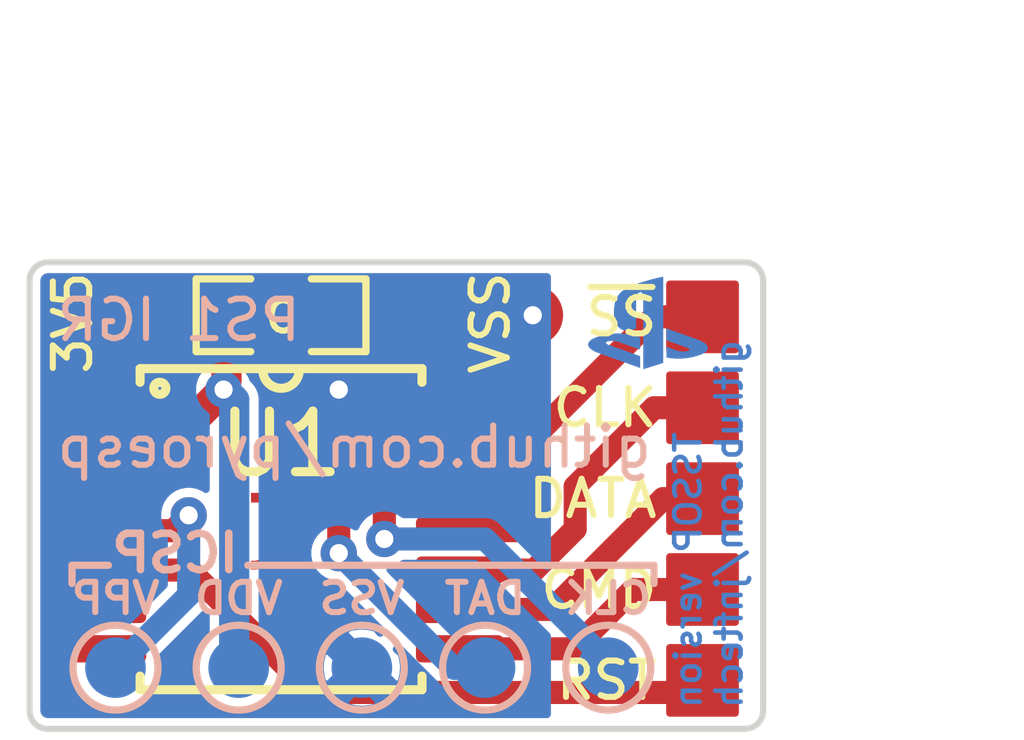
<source format=kicad_pcb>
(kicad_pcb (version 20171130) (host pcbnew "(5.1.8)-1")

  (general
    (thickness 1.6)
    (drawings 18)
    (tracks 53)
    (zones 0)
    (modules 16)
    (nets 15)
  )

  (page A4)
  (layers
    (0 F.Cu signal)
    (31 B.Cu signal)
    (32 B.Adhes user hide)
    (33 F.Adhes user hide)
    (34 B.Paste user)
    (35 F.Paste user)
    (36 B.SilkS user)
    (37 F.SilkS user)
    (38 B.Mask user)
    (39 F.Mask user)
    (40 Dwgs.User user hide)
    (41 Cmts.User user)
    (42 Eco1.User user hide)
    (43 Eco2.User user hide)
    (44 Edge.Cuts user)
    (45 Margin user hide)
    (46 B.CrtYd user hide)
    (47 F.CrtYd user hide)
    (48 B.Fab user hide)
    (49 F.Fab user hide)
  )

  (setup
    (last_trace_width 0.1524)
    (user_trace_width 0.1016)
    (user_trace_width 0.127)
    (user_trace_width 0.1524)
    (user_trace_width 0.254)
    (user_trace_width 0.381)
    (user_trace_width 0.508)
    (user_trace_width 1)
    (user_trace_width 1.5)
    (trace_clearance 0.1524)
    (zone_clearance 0.127)
    (zone_45_only yes)
    (trace_min 0.0889)
    (via_size 0.6)
    (via_drill 0.3)
    (via_min_size 0.45)
    (via_min_drill 0.2)
    (uvia_size 0.508)
    (uvia_drill 0.127)
    (uvias_allowed no)
    (uvia_min_size 0.508)
    (uvia_min_drill 0.127)
    (edge_width 0.05)
    (segment_width 0.2)
    (pcb_text_width 0.3)
    (pcb_text_size 1.5 1.5)
    (mod_edge_width 0.12)
    (mod_text_size 1 1)
    (mod_text_width 0.15)
    (pad_size 1.5 1.5)
    (pad_drill 0)
    (pad_to_mask_clearance 0)
    (aux_axis_origin 0 0)
    (visible_elements 7FFFFFFF)
    (pcbplotparams
      (layerselection 0x010fc_ffffffff)
      (usegerberextensions false)
      (usegerberattributes false)
      (usegerberadvancedattributes false)
      (creategerberjobfile false)
      (excludeedgelayer true)
      (linewidth 0.100000)
      (plotframeref false)
      (viasonmask false)
      (mode 1)
      (useauxorigin false)
      (hpglpennumber 1)
      (hpglpenspeed 20)
      (hpglpendiameter 15.000000)
      (psnegative false)
      (psa4output false)
      (plotreference true)
      (plotvalue true)
      (plotinvisibletext false)
      (padsonsilk false)
      (subtractmaskfromsilk true)
      (outputformat 1)
      (mirror false)
      (drillshape 0)
      (scaleselection 1)
      (outputdirectory "gerber/"))
  )

  (net 0 "")
  (net 1 +3V3)
  (net 2 GND)
  (net 3 /VPP\~MCLR)
  (net 4 /ICSPDAT)
  (net 5 /ICSPCLK)
  (net 6 /CLK)
  (net 7 /DATA)
  (net 8 /CMD)
  (net 9 /~SS)
  (net 10 /RESET)
  (net 11 "Net-(U1-Pad2)")
  (net 12 "Net-(U1-Pad3)")
  (net 13 "Net-(U1-Pad6)")
  (net 14 "Net-(U1-Pad7)")

  (net_class Default "This is the default net class."
    (clearance 0.1524)
    (trace_width 0.1524)
    (via_dia 0.6)
    (via_drill 0.3)
    (uvia_dia 0.508)
    (uvia_drill 0.127)
    (add_net +3V3)
    (add_net /CLK)
    (add_net /CMD)
    (add_net /DATA)
    (add_net /ICSPCLK)
    (add_net /ICSPDAT)
    (add_net /RESET)
    (add_net /VPP\~MCLR)
    (add_net /~SS)
    (add_net GND)
    (add_net "Net-(U1-Pad2)")
    (add_net "Net-(U1-Pad3)")
    (add_net "Net-(U1-Pad6)")
    (add_net "Net-(U1-Pad7)")
  )

  (net_class power ""
    (clearance 0.1524)
    (trace_width 0.1524)
    (via_dia 0.6)
    (via_drill 0.3)
    (uvia_dia 0.508)
    (uvia_drill 0.127)
  )

  (module PS1-IGR:TestPoint_Pad_D1.0mm (layer B.Cu) (tedit 5FFA17F5) (tstamp 5FFA128D)
    (at 127.317 94.59 180)
    (descr "SMD pad as test Point, diameter 1.0mm")
    (tags "test point SMD pad")
    (path /5DA646D5)
    (attr virtual)
    (fp_text reference TP1 (at 0.019 1.778) (layer B.SilkS) hide
      (effects (font (size 0.5 0.5) (thickness 0.1)) (justify mirror))
    )
    (fp_text value VPP (at 0 1.143) (layer B.SilkS)
      (effects (font (size 0.5 0.5) (thickness 0.1)) (justify mirror))
    )
    (fp_circle (center 0 0) (end 1 0) (layer B.CrtYd) (width 0.05))
    (fp_circle (center 0 0) (end 0 -0.7) (layer B.SilkS) (width 0.12))
    (fp_text user %R (at 0 1.45) (layer B.Fab)
      (effects (font (size 1 1) (thickness 0.15)) (justify mirror))
    )
    (pad 1 smd circle (at 0 0 180) (size 1 1) (layers B.Cu B.Mask)
      (net 3 /VPP\~MCLR))
  )

  (module PS1-IGR:TestPoint_Pad_D1.0mm (layer B.Cu) (tedit 5FFA17F5) (tstamp 5FFA1294)
    (at 129.349 94.59 180)
    (descr "SMD pad as test Point, diameter 1.0mm")
    (tags "test point SMD pad")
    (path /5DA6550A)
    (attr virtual)
    (fp_text reference TP2 (at 0.019 1.778) (layer B.SilkS) hide
      (effects (font (size 0.5 0.5) (thickness 0.1)) (justify mirror))
    )
    (fp_text value VDD (at 0 1.143) (layer B.SilkS)
      (effects (font (size 0.5 0.5) (thickness 0.1)) (justify mirror))
    )
    (fp_circle (center 0 0) (end 1 0) (layer B.CrtYd) (width 0.05))
    (fp_circle (center 0 0) (end 0 -0.7) (layer B.SilkS) (width 0.12))
    (fp_text user %R (at 0 1.45) (layer B.Fab)
      (effects (font (size 1 1) (thickness 0.15)) (justify mirror))
    )
    (pad 1 smd circle (at 0 0 180) (size 1 1) (layers B.Cu B.Mask)
      (net 1 +3V3))
  )

  (module PS1-IGR:TestPoint_Pad_D1.0mm (layer B.Cu) (tedit 5FFA17F5) (tstamp 5FFA129B)
    (at 131.381 94.59 180)
    (descr "SMD pad as test Point, diameter 1.0mm")
    (tags "test point SMD pad")
    (path /5DA656B7)
    (attr virtual)
    (fp_text reference TP3 (at 0.019 1.778) (layer B.SilkS) hide
      (effects (font (size 0.5 0.5) (thickness 0.1)) (justify mirror))
    )
    (fp_text value VSS (at 0 1.143) (layer B.SilkS)
      (effects (font (size 0.5 0.5) (thickness 0.1)) (justify mirror))
    )
    (fp_circle (center 0 0) (end 1 0) (layer B.CrtYd) (width 0.05))
    (fp_circle (center 0 0) (end 0 -0.7) (layer B.SilkS) (width 0.12))
    (fp_text user %R (at 0 1.45) (layer B.Fab)
      (effects (font (size 1 1) (thickness 0.15)) (justify mirror))
    )
    (pad 1 smd circle (at 0 0 180) (size 1 1) (layers B.Cu B.Mask)
      (net 2 GND))
  )

  (module PS1-IGR:TestPoint_Pad_D1.0mm (layer B.Cu) (tedit 5FFA17F5) (tstamp 5FFA12A2)
    (at 133.413 94.59 180)
    (descr "SMD pad as test Point, diameter 1.0mm")
    (tags "test point SMD pad")
    (path /5DA65166)
    (attr virtual)
    (fp_text reference TP4 (at 0.019 1.778) (layer B.SilkS) hide
      (effects (font (size 0.5 0.5) (thickness 0.1)) (justify mirror))
    )
    (fp_text value DAT (at 0 1.143) (layer B.SilkS)
      (effects (font (size 0.5 0.5) (thickness 0.1)) (justify mirror))
    )
    (fp_circle (center 0 0) (end 1 0) (layer B.CrtYd) (width 0.05))
    (fp_circle (center 0 0) (end 0 -0.7) (layer B.SilkS) (width 0.12))
    (fp_text user %R (at 0 1.45) (layer B.Fab)
      (effects (font (size 1 1) (thickness 0.15)) (justify mirror))
    )
    (pad 1 smd circle (at 0 0 180) (size 1 1) (layers B.Cu B.Mask)
      (net 4 /ICSPDAT))
  )

  (module PS1-IGR:TestPoint_Pad_D1.0mm (layer B.Cu) (tedit 5FFA17F5) (tstamp 5FFA12A9)
    (at 135.445 94.59 180)
    (descr "SMD pad as test Point, diameter 1.0mm")
    (tags "test point SMD pad")
    (path /5DA652EB)
    (attr virtual)
    (fp_text reference TP5 (at 0.019 1.778) (layer B.SilkS) hide
      (effects (font (size 0.5 0.5) (thickness 0.1)) (justify mirror))
    )
    (fp_text value CLK (at 0 1.143) (layer B.SilkS)
      (effects (font (size 0.5 0.5) (thickness 0.1)) (justify mirror))
    )
    (fp_circle (center 0 0) (end 1 0) (layer B.CrtYd) (width 0.05))
    (fp_circle (center 0 0) (end 0 -0.7) (layer B.SilkS) (width 0.12))
    (fp_text user %R (at 0 1.45) (layer B.Fab)
      (effects (font (size 1 1) (thickness 0.15)) (justify mirror))
    )
    (pad 1 smd circle (at 0 0 180) (size 1 1) (layers B.Cu B.Mask)
      (net 5 /ICSPCLK))
  )

  (module "PS1-IGR:__LOGO_PS1_Cu" locked (layer B.Cu) (tedit 0) (tstamp 5FE0F063)
    (at 136.1 88.9 180)
    (fp_text reference G*** (at 0.7 0.8) (layer B.SilkS) hide
      (effects (font (size 0.05 0.05) (thickness 0.0125)) (justify mirror))
    )
    (fp_text value LOGO (at -0.6 0.8) (layer B.SilkS) hide
      (effects (font (size 0.05 0.05) (thickness 0.0125)) (justify mirror))
    )
    (fp_poly (pts (xy -0.245588 0.757869) (xy -0.243026 0.757408) (xy -0.23929 0.756688) (xy -0.234571 0.755747)
      (xy -0.229056 0.754626) (xy -0.222934 0.753362) (xy -0.216395 0.751995) (xy -0.209627 0.750565)
      (xy -0.20282 0.74911) (xy -0.196162 0.747669) (xy -0.189842 0.746282) (xy -0.187056 0.745662)
      (xy -0.166243 0.740891) (xy -0.144123 0.735588) (xy -0.12087 0.729802) (xy -0.096652 0.72358)
      (xy -0.071643 0.716973) (xy -0.046013 0.710028) (xy -0.019934 0.702794) (xy 0.006424 0.69532)
      (xy 0.032887 0.687655) (xy 0.059287 0.679847) (xy 0.08545 0.671945) (xy 0.111205 0.663998)
      (xy 0.136382 0.656054) (xy 0.160809 0.648162) (xy 0.184314 0.640371) (xy 0.188119 0.639089)
      (xy 0.218245 0.628548) (xy 0.246829 0.617778) (xy 0.273904 0.606744) (xy 0.299503 0.595416)
      (xy 0.323658 0.583759) (xy 0.346403 0.571743) (xy 0.367771 0.559333) (xy 0.387794 0.546499)
      (xy 0.406506 0.533207) (xy 0.423939 0.519425) (xy 0.440127 0.50512) (xy 0.455102 0.49026)
      (xy 0.468897 0.474813) (xy 0.481546 0.458746) (xy 0.493081 0.442026) (xy 0.503536 0.424621)
      (xy 0.512942 0.406499) (xy 0.521334 0.387627) (xy 0.528744 0.367973) (xy 0.535205 0.347503)
      (xy 0.54075 0.326187) (xy 0.545412 0.30399) (xy 0.548812 0.283688) (xy 0.550615 0.270802)
      (xy 0.552125 0.258202) (xy 0.553361 0.245625) (xy 0.554338 0.232812) (xy 0.555073 0.219503)
      (xy 0.555583 0.205435) (xy 0.555884 0.19035) (xy 0.555994 0.173985) (xy 0.555995 0.17145)
      (xy 0.55597 0.160634) (xy 0.555895 0.15117) (xy 0.555756 0.142824) (xy 0.555539 0.135361)
      (xy 0.555233 0.128546) (xy 0.554822 0.122145) (xy 0.554295 0.115922) (xy 0.553637 0.109644)
      (xy 0.552836 0.103075) (xy 0.551877 0.095981) (xy 0.551606 0.09406) (xy 0.547857 0.0718)
      (xy 0.543096 0.050609) (xy 0.537337 0.03051) (xy 0.530593 0.011526) (xy 0.522881 -0.006319)
      (xy 0.514213 -0.023003) (xy 0.504603 -0.038501) (xy 0.494067 -0.05279) (xy 0.482619 -0.065847)
      (xy 0.470272 -0.077649) (xy 0.457041 -0.088172) (xy 0.44294 -0.097393) (xy 0.43061 -0.104029)
      (xy 0.4149 -0.110837) (xy 0.398578 -0.116191) (xy 0.381665 -0.120093) (xy 0.364184 -0.122545)
      (xy 0.346158 -0.123547) (xy 0.327609 -0.1231) (xy 0.30856 -0.121207) (xy 0.289034 -0.117868)
      (xy 0.269053 -0.113085) (xy 0.248639 -0.106858) (xy 0.227816 -0.09919) (xy 0.209793 -0.09153)
      (xy 0.200025 -0.08713) (xy 0.200022 0.153483) (xy 0.200018 0.179666) (xy 0.20001 0.204512)
      (xy 0.199995 0.228005) (xy 0.199975 0.25013) (xy 0.19995 0.270872) (xy 0.199919 0.290217)
      (xy 0.199883 0.308148) (xy 0.199842 0.32465) (xy 0.199796 0.339709) (xy 0.199744 0.353308)
      (xy 0.199687 0.365434) (xy 0.199625 0.37607) (xy 0.199558 0.385201) (xy 0.199486 0.392813)
      (xy 0.199409 0.39889) (xy 0.199327 0.403416) (xy 0.19924 0.406377) (xy 0.1992 0.407194)
      (xy 0.197939 0.421772) (xy 0.196047 0.434969) (xy 0.193492 0.446878) (xy 0.19024 0.457587)
      (xy 0.186259 0.467187) (xy 0.181517 0.475769) (xy 0.175981 0.483423) (xy 0.169619 0.490239)
      (xy 0.169222 0.490612) (xy 0.162416 0.496196) (xy 0.154942 0.500957) (xy 0.147033 0.504822)
      (xy 0.138921 0.507719) (xy 0.13084 0.509575) (xy 0.123023 0.510317) (xy 0.115701 0.509874)
      (xy 0.110891 0.508787) (xy 0.103828 0.505792) (xy 0.097432 0.501375) (xy 0.091702 0.495533)
      (xy 0.086633 0.48826) (xy 0.082224 0.479553) (xy 0.078472 0.469406) (xy 0.075373 0.457817)
      (xy 0.074809 0.455216) (xy 0.074727 0.454752) (xy 0.074648 0.45414) (xy 0.074573 0.453346)
      (xy 0.074501 0.452337) (xy 0.074432 0.451079) (xy 0.074366 0.449539) (xy 0.074303 0.447685)
      (xy 0.074242 0.445481) (xy 0.074185 0.442896) (xy 0.07413 0.439896) (xy 0.074078 0.436447)
      (xy 0.074028 0.432517) (xy 0.073981 0.428072) (xy 0.073936 0.423079) (xy 0.073893 0.417503)
      (xy 0.073853 0.411313) (xy 0.073814 0.404475) (xy 0.073778 0.396956) (xy 0.073743 0.388721)
      (xy 0.073711 0.379738) (xy 0.07368 0.369974) (xy 0.07365 0.359396) (xy 0.073623 0.347969)
      (xy 0.073596 0.335661) (xy 0.073571 0.322438) (xy 0.073548 0.308267) (xy 0.073526 0.293115)
      (xy 0.073504 0.276949) (xy 0.073484 0.259735) (xy 0.073465 0.241439) (xy 0.073447 0.222029)
      (xy 0.073429 0.201472) (xy 0.073413 0.179733) (xy 0.073397 0.15678) (xy 0.073381 0.132579)
      (xy 0.073366 0.107097) (xy 0.073351 0.080301) (xy 0.073337 0.052157) (xy 0.073323 0.022633)
      (xy 0.073309 -0.008306) (xy 0.073294 -0.040692) (xy 0.07328 -0.074559) (xy 0.073266 -0.10994)
      (xy 0.073252 -0.146869) (xy 0.073249 -0.154583) (xy 0.073236 -0.185479) (xy 0.073222 -0.215985)
      (xy 0.073207 -0.24606) (xy 0.07319 -0.275667) (xy 0.073172 -0.304767) (xy 0.073153 -0.333321)
      (xy 0.073133 -0.361291) (xy 0.073112 -0.388639) (xy 0.07309 -0.415325) (xy 0.073067 -0.441312)
      (xy 0.073043 -0.46656) (xy 0.073018 -0.491032) (xy 0.072992 -0.514688) (xy 0.072966 -0.53749)
      (xy 0.072939 -0.5594) (xy 0.072911 -0.580379) (xy 0.072883 -0.600389) (xy 0.072854 -0.619391)
      (xy 0.072825 -0.637345) (xy 0.072796 -0.654215) (xy 0.072766 -0.669962) (xy 0.072735 -0.684546)
      (xy 0.072705 -0.697929) (xy 0.072674 -0.710073) (xy 0.072643 -0.72094) (xy 0.072612 -0.73049)
      (xy 0.072581 -0.738685) (xy 0.07255 -0.745486) (xy 0.072519 -0.750856) (xy 0.072488 -0.754756)
      (xy 0.072457 -0.757146) (xy 0.072426 -0.757989) (xy 0.072425 -0.75799) (xy 0.071623 -0.757749)
      (xy 0.069377 -0.757049) (xy 0.065759 -0.755913) (xy 0.060838 -0.754363) (xy 0.054685 -0.752421)
      (xy 0.047369 -0.750108) (xy 0.038961 -0.747448) (xy 0.02953 -0.744463) (xy 0.019147 -0.741174)
      (xy 0.007882 -0.737604) (xy -0.004195 -0.733775) (xy -0.017014 -0.729709) (xy -0.030505 -0.725429)
      (xy -0.044599 -0.720956) (xy -0.059223 -0.716313) (xy -0.07431 -0.711522) (xy -0.087709 -0.707266)
      (xy -0.247253 -0.656584) (xy -0.247452 0.050724) (xy -0.247463 0.09449) (xy -0.247473 0.136687)
      (xy -0.247482 0.177329) (xy -0.247488 0.216434) (xy -0.247493 0.254018) (xy -0.247496 0.290099)
      (xy -0.247497 0.324693) (xy -0.247497 0.357817) (xy -0.247494 0.389488) (xy -0.24749 0.419722)
      (xy -0.247484 0.448537) (xy -0.247476 0.475948) (xy -0.247467 0.501973) (xy -0.247455 0.526629)
      (xy -0.247442 0.549932) (xy -0.247426 0.5719) (xy -0.247409 0.592548) (xy -0.247389 0.611893)
      (xy -0.247368 0.629954) (xy -0.247345 0.646745) (xy -0.24732 0.662284) (xy -0.247292 0.676588)
      (xy -0.247263 0.689674) (xy -0.247232 0.701558) (xy -0.247198 0.712257) (xy -0.247163 0.721788)
      (xy -0.247125 0.730167) (xy -0.247086 0.737412) (xy -0.247044 0.743539) (xy -0.247 0.748565)
      (xy -0.246954 0.752507) (xy -0.246905 0.755381) (xy -0.246855 0.757204) (xy -0.246802 0.757993)
      (xy -0.246787 0.758031) (xy -0.245588 0.757869)) (layer B.Cu) (width 0.01))
    (fp_poly (pts (xy 0.511488 -0.177947) (xy 0.520904 -0.178041) (xy 0.529412 -0.178203) (xy 0.536762 -0.178437)
      (xy 0.538676 -0.178519) (xy 0.573809 -0.180682) (xy 0.608462 -0.183871) (xy 0.642521 -0.188066)
      (xy 0.675868 -0.193245) (xy 0.708389 -0.199388) (xy 0.739967 -0.206475) (xy 0.770487 -0.214486)
      (xy 0.799832 -0.2234) (xy 0.808038 -0.226128) (xy 0.820432 -0.230344) (xy 0.831454 -0.234127)
      (xy 0.841243 -0.237528) (xy 0.849939 -0.240602) (xy 0.85768 -0.243402) (xy 0.864605 -0.245981)
      (xy 0.870855 -0.248392) (xy 0.876566 -0.250688) (xy 0.88188 -0.252923) (xy 0.886934 -0.255149)
      (xy 0.891868 -0.25742) (xy 0.896821 -0.25979) (xy 0.899716 -0.26121) (xy 0.910885 -0.266958)
      (xy 0.920771 -0.272557) (xy 0.929644 -0.278194) (xy 0.937772 -0.284053) (xy 0.945426 -0.290318)
      (xy 0.952874 -0.297175) (xy 0.954573 -0.298842) (xy 0.962835 -0.307681) (xy 0.969583 -0.316347)
      (xy 0.974867 -0.324946) (xy 0.978734 -0.333588) (xy 0.981235 -0.342378) (xy 0.982418 -0.351425)
      (xy 0.982393 -0.359932) (xy 0.981471 -0.368077) (xy 0.979666 -0.375687) (xy 0.976849 -0.383124)
      (xy 0.972889 -0.390752) (xy 0.969315 -0.396478) (xy 0.9635 -0.404239) (xy 0.956229 -0.412203)
      (xy 0.947609 -0.4203) (xy 0.937749 -0.428457) (xy 0.926757 -0.436604) (xy 0.914739 -0.44467)
      (xy 0.901804 -0.452582) (xy 0.88806 -0.460269) (xy 0.873613 -0.467661) (xy 0.858572 -0.474686)
      (xy 0.843045 -0.481273) (xy 0.838597 -0.483039) (xy 0.837438 -0.483469) (xy 0.834842 -0.484415)
      (xy 0.830866 -0.485857) (xy 0.825568 -0.487773) (xy 0.819005 -0.490143) (xy 0.811234 -0.492948)
      (xy 0.802313 -0.496165) (xy 0.792299 -0.499775) (xy 0.781248 -0.503756) (xy 0.769219 -0.508089)
      (xy 0.756269 -0.512753) (xy 0.742454 -0.517727) (xy 0.727832 -0.522991) (xy 0.712461 -0.528523)
      (xy 0.696397 -0.534304) (xy 0.679698 -0.540313) (xy 0.662421 -0.546529) (xy 0.644623 -0.552932)
      (xy 0.626363 -0.559501) (xy 0.607696 -0.566215) (xy 0.58868 -0.573054) (xy 0.569372 -0.579998)
      (xy 0.549831 -0.587025) (xy 0.530112 -0.594115) (xy 0.510273 -0.601248) (xy 0.490372 -0.608403)
      (xy 0.470466 -0.615559) (xy 0.450611 -0.622696) (xy 0.430866 -0.629793) (xy 0.411287 -0.63683)
      (xy 0.391932 -0.643786) (xy 0.372858 -0.650641) (xy 0.354122 -0.657373) (xy 0.335782 -0.663962)
      (xy 0.317894 -0.670389) (xy 0.300517 -0.676631) (xy 0.283707 -0.682669) (xy 0.267521 -0.688482)
      (xy 0.252018 -0.694049) (xy 0.237253 -0.69935) (xy 0.223285 -0.704364) (xy 0.21017 -0.709071)
      (xy 0.197967 -0.713449) (xy 0.186731 -0.71748) (xy 0.176521 -0.721141) (xy 0.167393 -0.724412)
      (xy 0.159406 -0.727273) (xy 0.152615 -0.729703) (xy 0.147079 -0.731681) (xy 0.142855 -0.733188)
      (xy 0.14 -0.734202) (xy 0.138708 -0.734655) (xy 0.13335 -0.736505) (xy 0.13335 -0.55112)
      (xy 0.202605 -0.52644) (xy 0.221056 -0.519865) (xy 0.240054 -0.513096) (xy 0.259503 -0.506165)
      (xy 0.279308 -0.499108) (xy 0.299371 -0.491959) (xy 0.319596 -0.484753) (xy 0.339887 -0.477523)
      (xy 0.360148 -0.470304) (xy 0.380283 -0.46313) (xy 0.400194 -0.456036) (xy 0.419786 -0.449055)
      (xy 0.438963 -0.442223) (xy 0.457628 -0.435573) (xy 0.475684 -0.42914) (xy 0.493036 -0.422958)
      (xy 0.509588 -0.417062) (xy 0.525242 -0.411485) (xy 0.539903 -0.406262) (xy 0.553474 -0.401428)
      (xy 0.56586 -0.397016) (xy 0.576962 -0.393062) (xy 0.586687 -0.389598) (xy 0.588566 -0.388929)
      (xy 0.598534 -0.385371) (xy 0.608236 -0.38189) (xy 0.617543 -0.378535) (xy 0.626329 -0.375351)
      (xy 0.634467 -0.372385) (xy 0.64183 -0.369684) (xy 0.648291 -0.367294) (xy 0.653721 -0.365261)
      (xy 0.657996 -0.363634) (xy 0.660986 -0.362457) (xy 0.662217 -0.36194) (xy 0.671314 -0.357504)
      (xy 0.679158 -0.352868) (xy 0.685708 -0.348083) (xy 0.690922 -0.343202) (xy 0.694761 -0.338274)
      (xy 0.697183 -0.333352) (xy 0.698147 -0.328486) (xy 0.697613 -0.323727) (xy 0.695891 -0.319701)
      (xy 0.692311 -0.315092) (xy 0.687195 -0.310857) (xy 0.680552 -0.307) (xy 0.67239 -0.303524)
      (xy 0.662717 -0.300432) (xy 0.651542 -0.297728) (xy 0.638872 -0.295415) (xy 0.634207 -0.294716)
      (xy 0.629211 -0.294171) (xy 0.622903 -0.293748) (xy 0.615554 -0.293443) (xy 0.607434 -0.293257)
      (xy 0.598815 -0.293187) (xy 0.589967 -0.293232) (xy 0.58116 -0.293391) (xy 0.572667 -0.293663)
      (xy 0.564757 -0.294047) (xy 0.557701 -0.29454) (xy 0.552053 -0.295108) (xy 0.536982 -0.297168)
      (xy 0.522906 -0.299585) (xy 0.509254 -0.302464) (xy 0.501253 -0.304399) (xy 0.499967 -0.304727)
      (xy 0.498677 -0.305064) (xy 0.497336 -0.305426) (xy 0.495893 -0.305832) (xy 0.494299 -0.306298)
      (xy 0.492504 -0.306842) (xy 0.490459 -0.30748) (xy 0.488113 -0.308231) (xy 0.485418 -0.309111)
      (xy 0.482324 -0.310137) (xy 0.478782 -0.311327) (xy 0.474741 -0.312698) (xy 0.470152 -0.314267)
      (xy 0.464966 -0.316051) (xy 0.459133 -0.318068) (xy 0.452603 -0.320335) (xy 0.445327 -0.322868)
      (xy 0.437256 -0.325686) (xy 0.428339 -0.328805) (xy 0.418528 -0.332242) (xy 0.407772 -0.336015)
      (xy 0.396022 -0.340142) (xy 0.383229 -0.344638) (xy 0.369342 -0.349522) (xy 0.354313 -0.354811)
      (xy 0.338091 -0.360521) (xy 0.320628 -0.366671) (xy 0.301873 -0.373276) (xy 0.281778 -0.380356)
      (xy 0.260291 -0.387926) (xy 0.237365 -0.396003) (xy 0.23376 -0.397274) (xy 0.222565 -0.401217)
      (xy 0.211656 -0.40506) (xy 0.20114 -0.408762) (xy 0.191129 -0.412286) (xy 0.181731 -0.415593)
      (xy 0.173057 -0.418644) (xy 0.165216 -0.421402) (xy 0.158318 -0.423826) (xy 0.152472 -0.425879)
      (xy 0.147789 -0.427521) (xy 0.144377 -0.428716) (xy 0.142348 -0.429423) (xy 0.14228 -0.429446)
      (xy 0.13335 -0.432533) (xy 0.13335 -0.240022) (xy 0.156964 -0.232329) (xy 0.163561 -0.230201)
      (xy 0.170363 -0.228044) (xy 0.177034 -0.225962) (xy 0.18324 -0.224059) (xy 0.188644 -0.222438)
      (xy 0.192912 -0.221204) (xy 0.193278 -0.221102) (xy 0.223783 -0.213071) (xy 0.255094 -0.205711)
      (xy 0.286897 -0.199075) (xy 0.318884 -0.193219) (xy 0.350741 -0.188199) (xy 0.382158 -0.184069)
      (xy 0.412824 -0.180884) (xy 0.427038 -0.179718) (xy 0.4334 -0.179321) (xy 0.4411 -0.178967)
      (xy 0.449888 -0.17866) (xy 0.459514 -0.178402) (xy 0.469729 -0.178196) (xy 0.480284 -0.178045)
      (xy 0.490928 -0.177952) (xy 0.501412 -0.177918) (xy 0.511488 -0.177947)) (layer B.Cu) (width 0.01))
    (fp_poly (pts (xy -0.309757 -0.189958) (xy -0.309733 -0.201964) (xy -0.309714 -0.213522) (xy -0.3097 -0.224534)
      (xy -0.309691 -0.234902) (xy -0.309686 -0.244527) (xy -0.309686 -0.25331) (xy -0.309691 -0.261152)
      (xy -0.309701 -0.267956) (xy -0.309715 -0.273622) (xy -0.309733 -0.278052) (xy -0.309756 -0.281148)
      (xy -0.309784 -0.28281) (xy -0.309801 -0.283078) (xy -0.310562 -0.283366) (xy -0.312745 -0.284163)
      (xy -0.316279 -0.285442) (xy -0.321091 -0.287178) (xy -0.327109 -0.289345) (xy -0.334262 -0.291917)
      (xy -0.342476 -0.294868) (xy -0.35168 -0.298172) (xy -0.361802 -0.301804) (xy -0.372769 -0.305737)
      (xy -0.38451 -0.309945) (xy -0.396951 -0.314403) (xy -0.410022 -0.319085) (xy -0.42365 -0.323964)
      (xy -0.437762 -0.329016) (xy -0.452287 -0.334214) (xy -0.454466 -0.334993) (xy -0.469431 -0.340347)
      (xy -0.484215 -0.345637) (xy -0.498729 -0.35083) (xy -0.512884 -0.355895) (xy -0.526593 -0.3608)
      (xy -0.539767 -0.365515) (xy -0.552317 -0.370006) (xy -0.564156 -0.374242) (xy -0.575194 -0.378193)
      (xy -0.585344 -0.381826) (xy -0.594516 -0.385109) (xy -0.602624 -0.388011) (xy -0.609577 -0.3905)
      (xy -0.615288 -0.392546) (xy -0.619669 -0.394115) (xy -0.6223 -0.395057) (xy -0.631246 -0.398293)
      (xy -0.638866 -0.401118) (xy -0.645341 -0.403607) (xy -0.650854 -0.40584) (xy -0.65559 -0.407894)
      (xy -0.659729 -0.409845) (xy -0.663457 -0.411771) (xy -0.666955 -0.41375) (xy -0.668068 -0.414415)
      (xy -0.674721 -0.418904) (xy -0.680265 -0.423623) (xy -0.684609 -0.428457) (xy -0.687664 -0.43329)
      (xy -0.68934 -0.438005) (xy -0.689591 -0.442101) (xy -0.68834 -0.446962) (xy -0.685598 -0.45153)
      (xy -0.681436 -0.45578) (xy -0.675926 -0.459691) (xy -0.66914 -0.46324) (xy -0.661151 -0.466406)
      (xy -0.652031 -0.469167) (xy -0.641851 -0.471499) (xy -0.630684 -0.473382) (xy -0.618602 -0.474792)
      (xy -0.605677 -0.475708) (xy -0.59198 -0.476106) (xy -0.579437 -0.476015) (xy -0.559926 -0.47511)
      (xy -0.540722 -0.473349) (xy -0.522068 -0.470767) (xy -0.504208 -0.467403) (xy -0.487383 -0.463293)
      (xy -0.47743 -0.460339) (xy -0.4756 -0.459722) (xy -0.472389 -0.458603) (xy -0.467905 -0.457019)
      (xy -0.46226 -0.455011) (xy -0.455562 -0.452618) (xy -0.447922 -0.449879) (xy -0.43945 -0.446835)
      (xy -0.430255 -0.443524) (xy -0.420448 -0.439986) (xy -0.410139 -0.43626) (xy -0.399436 -0.432386)
      (xy -0.3899 -0.428929) (xy -0.379129 -0.425022) (xy -0.368781 -0.421272) (xy -0.358952 -0.417712)
      (xy -0.34974 -0.414377) (xy -0.341242 -0.411304) (xy -0.333556 -0.408527) (xy -0.326779 -0.406081)
      (xy -0.321007 -0.404002) (xy -0.31634 -0.402324) (xy -0.312872 -0.401082) (xy -0.310703 -0.400312)
      (xy -0.30993 -0.40005) (xy -0.30988 -0.400826) (xy -0.309831 -0.403086) (xy -0.309786 -0.406726)
      (xy -0.309743 -0.411643) (xy -0.309704 -0.417731) (xy -0.309668 -0.424889) (xy -0.309637 -0.43301)
      (xy -0.309611 -0.441993) (xy -0.30959 -0.451734) (xy -0.309574 -0.462127) (xy -0.309565 -0.473071)
      (xy -0.309562 -0.48327) (xy -0.309562 -0.56649) (xy -0.332383 -0.570213) (xy -0.351844 -0.57327)
      (xy -0.370165 -0.575891) (xy -0.387719 -0.578116) (xy -0.404881 -0.579984) (xy -0.422023 -0.581534)
      (xy -0.43952 -0.582806) (xy -0.457746 -0.583838) (xy -0.465137 -0.584185) (xy -0.470337 -0.584369)
      (xy -0.47679 -0.584523) (xy -0.4842 -0.584647) (xy -0.492271 -0.584739) (xy -0.500709 -0.584798)
      (xy -0.509217 -0.584823) (xy -0.517501 -0.584813) (xy -0.525264 -0.584766) (xy -0.532212 -0.584683)
      (xy -0.538049 -0.58456) (xy -0.54094 -0.584466) (xy -0.581135 -0.582203) (xy -0.620641 -0.578558)
      (xy -0.659586 -0.573509) (xy -0.698098 -0.567034) (xy -0.736306 -0.559113) (xy -0.774338 -0.549725)
      (xy -0.810521 -0.539396) (xy -0.821714 -0.535979) (xy -0.831542 -0.53295) (xy -0.840168 -0.530252)
      (xy -0.847751 -0.527832) (xy -0.854452 -0.525636) (xy -0.860432 -0.523608) (xy -0.865853 -0.521694)
      (xy -0.870874 -0.519839) (xy -0.875657 -0.51799) (xy -0.880363 -0.51609) (xy -0.885152 -0.514086)
      (xy -0.885428 -0.513968) (xy -0.899959 -0.507266) (xy -0.913587 -0.499928) (xy -0.926223 -0.492028)
      (xy -0.937778 -0.483639) (xy -0.948163 -0.474836) (xy -0.957287 -0.465691) (xy -0.965064 -0.45628)
      (xy -0.971402 -0.446674) (xy -0.974745 -0.440282) (xy -0.977345 -0.434364) (xy -0.979202 -0.429112)
      (xy -0.980423 -0.424023) (xy -0.981116 -0.418593) (xy -0.981389 -0.412321) (xy -0.981403 -0.409178)
      (xy -0.98136 -0.404378) (xy -0.981239 -0.400764) (xy -0.980993 -0.397934) (xy -0.980572 -0.395487)
      (xy -0.979927 -0.393022) (xy -0.979139 -0.390525) (xy -0.977783 -0.38671) (xy -0.976221 -0.382775)
      (xy -0.974756 -0.379476) (xy -0.97453 -0.379015) (xy -0.970591 -0.372141) (xy -0.965698 -0.365365)
      (xy -0.959784 -0.358637) (xy -0.952785 -0.351907) (xy -0.944635 -0.345124) (xy -0.93527 -0.338239)
      (xy -0.924624 -0.331199) (xy -0.912633 -0.323955) (xy -0.899231 -0.316457) (xy -0.884354 -0.308653)
      (xy -0.883047 -0.307988) (xy -0.870364 -0.301699) (xy -0.857424 -0.29559) (xy -0.844051 -0.289588)
      (xy -0.830065 -0.283618) (xy -0.815288 -0.277607) (xy -0.799543 -0.271481) (xy -0.782651 -0.265167)
      (xy -0.764435 -0.25859) (xy -0.759618 -0.256884) (xy -0.75603 -0.255616) (xy -0.751019 -0.253841)
      (xy -0.744658 -0.251587) (xy -0.737022 -0.248878) (xy -0.728184 -0.245742) (xy -0.718216 -0.242204)
      (xy -0.707192 -0.238291) (xy -0.695186 -0.234027) (xy -0.68227 -0.22944) (xy -0.668518 -0.224555)
      (xy -0.654003 -0.219399) (xy -0.638799 -0.213997) (xy -0.622979 -0.208375) (xy -0.606616 -0.20256)
      (xy -0.589784 -0.196577) (xy -0.572555 -0.190453) (xy -0.555003 -0.184214) (xy -0.537201 -0.177885)
      (xy -0.519224 -0.171493) (xy -0.518318 -0.171171) (xy -0.309959 -0.097083) (xy -0.309757 -0.189958)) (layer B.Cu) (width 0.01))
  )

  (module "PS1-IGR:JFTLOGO-1x1.3mm" locked (layer F.Cu) (tedit 5E4F2389) (tstamp 5FE0ED5C)
    (at 130.048 92.329)
    (fp_text reference G*** (at 0 -1) (layer F.Fab) hide
      (effects (font (size 0.1 0.1) (thickness 0.025)))
    )
    (fp_text value LOGO (at 0 -0.8) (layer F.SilkS) hide
      (effects (font (size 0.1 0.1) (thickness 0.025)))
    )
    (fp_poly (pts (xy 0.490991 -0.617992) (xy 0.491589 -0.543719) (xy 0.492187 -0.469447) (xy 0.28575 -0.469447)
      (xy 0.285782 -0.106023) (xy 0.2858 -0.062284) (xy 0.285845 -0.019882) (xy 0.285916 0.020937)
      (xy 0.286011 0.059929) (xy 0.286129 0.096849) (xy 0.286269 0.131454) (xy 0.286429 0.163498)
      (xy 0.286609 0.192737) (xy 0.286806 0.218926) (xy 0.287019 0.241821) (xy 0.287247 0.261178)
      (xy 0.287488 0.276752) (xy 0.287742 0.288299) (xy 0.288006 0.295573) (xy 0.288027 0.295955)
      (xy 0.290656 0.331148) (xy 0.294269 0.3625) (xy 0.298842 0.38988) (xy 0.304351 0.413156)
      (xy 0.310771 0.432197) (xy 0.315495 0.442382) (xy 0.326643 0.458511) (xy 0.34152 0.472087)
      (xy 0.360095 0.483097) (xy 0.382339 0.491532) (xy 0.408224 0.497378) (xy 0.43772 0.500623)
      (xy 0.46092 0.501343) (xy 0.492192 0.501414) (xy 0.491591 0.568774) (xy 0.490991 0.636133)
      (xy 0.47058 0.636836) (xy 0.460088 0.636911) (xy 0.446822 0.636588) (xy 0.43252 0.635929)
      (xy 0.419553 0.635046) (xy 0.380056 0.630342) (xy 0.344106 0.622928) (xy 0.311577 0.61276)
      (xy 0.282346 0.599789) (xy 0.256287 0.583971) (xy 0.234977 0.566837) (xy 0.215656 0.546172)
      (xy 0.198361 0.52146) (xy 0.183098 0.492712) (xy 0.169871 0.459939) (xy 0.158685 0.423155)
      (xy 0.149544 0.382371) (xy 0.142455 0.3376) (xy 0.141363 0.328839) (xy 0.140856 0.324295)
      (xy 0.140392 0.319382) (xy 0.139969 0.313882) (xy 0.139584 0.307578) (xy 0.139236 0.30025)
      (xy 0.138922 0.291683) (xy 0.138639 0.281656) (xy 0.138384 0.269954) (xy 0.138156 0.256356)
      (xy 0.137952 0.240647) (xy 0.137769 0.222607) (xy 0.137605 0.202019) (xy 0.137457 0.178665)
      (xy 0.137323 0.152328) (xy 0.137201 0.122788) (xy 0.137088 0.089828) (xy 0.136981 0.05323)
      (xy 0.136879 0.012777) (xy 0.136778 -0.03175) (xy 0.136676 -0.080568) (xy 0.136664 -0.086746)
      (xy 0.135898 -0.469447) (xy 0.079384 -0.469447) (xy 0.078812 0.07654) (xy 0.078241 0.622526)
      (xy 0.003968 0.623124) (xy -0.070304 0.623722) (xy -0.070304 -0.469447) (xy -0.133631 -0.469447)
      (xy -0.134397 -0.086746) (xy -0.134497 -0.036297) (xy -0.13459 0.009844) (xy -0.134685 0.051904)
      (xy -0.134787 0.090109) (xy -0.134905 0.124688) (xy -0.135046 0.155867) (xy -0.135216 0.183874)
      (xy -0.135423 0.208935) (xy -0.135675 0.231279) (xy -0.135978 0.251132) (xy -0.136339 0.268721)
      (xy -0.136767 0.284274) (xy -0.137268 0.298019) (xy -0.137849 0.310181) (xy -0.138518 0.320988)
      (xy -0.139281 0.330669) (xy -0.140147 0.339449) (xy -0.141122 0.347556) (xy -0.142213 0.355217)
      (xy -0.143429 0.36266) (xy -0.144775 0.370111) (xy -0.146259 0.377799) (xy -0.147889 0.385949)
      (xy -0.149671 0.39479) (xy -0.149721 0.395035) (xy -0.158811 0.433468) (xy -0.169872 0.46793)
      (xy -0.182972 0.498568) (xy -0.198182 0.525528) (xy -0.215572 0.548959) (xy -0.23017 0.564384)
      (xy -0.251962 0.582665) (xy -0.276001 0.59813) (xy -0.30256 0.610868) (xy -0.331914 0.620974)
      (xy -0.364338 0.628537) (xy -0.400106 0.633651) (xy -0.439493 0.636406) (xy -0.446201 0.636636)
      (xy -0.489857 0.63793) (xy -0.489857 0.501164) (xy -0.474549 0.502541) (xy -0.462085 0.502953)
      (xy -0.446676 0.502394) (xy -0.429778 0.501003) (xy -0.412844 0.498918) (xy -0.397329 0.496278)
      (xy -0.388745 0.494343) (xy -0.367637 0.487802) (xy -0.349841 0.4796) (xy -0.335004 0.46932)
      (xy -0.322768 0.456541) (xy -0.312781 0.440844) (xy -0.304685 0.421808) (xy -0.298126 0.399013)
      (xy -0.294763 0.383267) (xy -0.29357 0.376999) (xy -0.292478 0.371032) (xy -0.291483 0.365148)
      (xy -0.29058 0.35913) (xy -0.289763 0.352759) (xy -0.289028 0.345815) (xy -0.28837 0.338081)
      (xy -0.287783 0.329337) (xy -0.287263 0.319367) (xy -0.286804 0.30795) (xy -0.286402 0.294868)
      (xy -0.286052 0.279904) (xy -0.285748 0.262838) (xy -0.285485 0.243451) (xy -0.285259 0.221526)
      (xy -0.285064 0.196844) (xy -0.284896 0.169186) (xy -0.284749 0.138334) (xy -0.284619 0.10407)
      (xy -0.284499 0.066174) (xy -0.284386 0.024428) (xy -0.284275 -0.021386) (xy -0.28416 -0.071487)
      (xy -0.284143 -0.078809) (xy -0.283257 -0.469447) (xy -0.489857 -0.469447) (xy -0.489857 -0.619136)
      (xy 0.490991 -0.617992)) (layer F.Cu) (width 0.01))
    (fp_poly (pts (xy 0.492125 -0.179161) (xy 0.340178 -0.179161) (xy 0.340178 -0.326572) (xy 0.492125 -0.326572)
      (xy 0.492125 -0.179161)) (layer F.Cu) (width 0.01))
  )

  (module PS1-IGR:R_0603_0.8mm (layer F.Cu) (tedit 5E43271B) (tstamp 5FFA255C)
    (at 130.048 88.773)
    (descr "Resistor SMD 0603 .8mm Pad width")
    (tags "resistor 0603")
    (path /5DABA497)
    (attr smd)
    (fp_text reference C1 (at 0 0) (layer F.SilkS) hide
      (effects (font (size 0.5 0.5) (thickness 0.1)))
    )
    (fp_text value 0.1uF (at 0 1.5) (layer F.Fab)
      (effects (font (size 1 1) (thickness 0.15)))
    )
    (fp_line (start 1.4 -0.6) (end 1.4 0.6) (layer F.SilkS) (width 0.12))
    (fp_line (start -1.4 -0.6) (end -1.4 0.6) (layer F.SilkS) (width 0.12))
    (fp_line (start -1.4 0.6) (end -0.5 0.6) (layer F.SilkS) (width 0.12))
    (fp_line (start 0.5 0.6) (end 1.4 0.6) (layer F.SilkS) (width 0.12))
    (fp_line (start 0.5 -0.6) (end 1.4 -0.6) (layer F.SilkS) (width 0.12))
    (fp_line (start 1.25 0.7) (end -1.25 0.7) (layer F.CrtYd) (width 0.05))
    (fp_line (start 1.25 0.7) (end 1.25 -0.7) (layer F.CrtYd) (width 0.05))
    (fp_line (start -1.25 -0.7) (end -1.25 0.7) (layer F.CrtYd) (width 0.05))
    (fp_line (start -1.25 -0.7) (end 1.25 -0.7) (layer F.CrtYd) (width 0.05))
    (fp_line (start -1.4 -0.6) (end -0.5 -0.6) (layer F.SilkS) (width 0.12))
    (fp_line (start -0.8 -0.4) (end 0.8 -0.4) (layer F.Fab) (width 0.1))
    (fp_line (start 0.8 -0.4) (end 0.8 0.4) (layer F.Fab) (width 0.1))
    (fp_line (start 0.8 0.4) (end -0.8 0.4) (layer F.Fab) (width 0.1))
    (fp_line (start -0.8 0.4) (end -0.8 -0.4) (layer F.Fab) (width 0.1))
    (fp_text user %R (at 0 0) (layer F.Fab)
      (effects (font (size 0.4 0.4) (thickness 0.075)))
    )
    (pad 1 smd rect (at -0.9 0) (size 0.8 0.9) (layers F.Cu F.Paste F.Mask)
      (net 1 +3V3))
    (pad 2 smd rect (at 0.9 0) (size 0.8 0.9) (layers F.Cu F.Paste F.Mask)
      (net 2 GND))
    (model ${KISYS3DMOD}/Capacitor_SMD.3dshapes/C_0603_1608Metric.wrl
      (at (xyz 0 0 0))
      (scale (xyz 1 1 1))
      (rotate (xyz 0 0 0))
    )
  )

  (module PS1-IGR:Wirepad-1.2mm (layer F.Cu) (tedit 5FE0BBE9) (tstamp 5FFA12B0)
    (at 137 90.3)
    (descr "Wire Pad, Square, SMD Pad,  1mm x 2mm")
    (tags "MesurementPoint Square SMDPad 1mmx2mm ")
    (path /5DA57006)
    (attr smd)
    (fp_text reference TP6 (at 0 -0.7) (layer F.Fab)
      (effects (font (size 0.25 0.25) (thickness 0.05)))
    )
    (fp_text value CLK (at -0.7 0) (layer F.SilkS)
      (effects (font (size 0.6 0.6) (thickness 0.1)) (justify right))
    )
    (pad 1 smd roundrect (at 0 0 90) (size 1.2 1.2) (layers F.Cu F.Paste F.Mask) (roundrect_rratio 0.05)
      (net 6 /CLK))
  )

  (module PS1-IGR:Wirepad-1.2mm (layer F.Cu) (tedit 5FE0BBE9) (tstamp 5FFA12B4)
    (at 137 91.8)
    (descr "Wire Pad, Square, SMD Pad,  1mm x 2mm")
    (tags "MesurementPoint Square SMDPad 1mmx2mm ")
    (path /5DA57C68)
    (attr smd)
    (fp_text reference TP7 (at 0 -0.7) (layer F.Fab)
      (effects (font (size 0.25 0.25) (thickness 0.05)))
    )
    (fp_text value DATA (at -0.7 0) (layer F.SilkS)
      (effects (font (size 0.6 0.6) (thickness 0.1)) (justify right))
    )
    (pad 1 smd roundrect (at 0 0 90) (size 1.2 1.2) (layers F.Cu F.Paste F.Mask) (roundrect_rratio 0.05)
      (net 7 /DATA))
  )

  (module PS1-IGR:Wirepad-1.2mm (layer F.Cu) (tedit 5FE0BBE9) (tstamp 5FFA12B8)
    (at 137 93.3)
    (descr "Wire Pad, Square, SMD Pad,  1mm x 2mm")
    (tags "MesurementPoint Square SMDPad 1mmx2mm ")
    (path /5DA614DB)
    (attr smd)
    (fp_text reference TP8 (at 0 -0.7) (layer F.Fab)
      (effects (font (size 0.25 0.25) (thickness 0.05)))
    )
    (fp_text value CMD (at -0.7 0) (layer F.SilkS)
      (effects (font (size 0.6 0.6) (thickness 0.1)) (justify right))
    )
    (pad 1 smd roundrect (at 0 0 90) (size 1.2 1.2) (layers F.Cu F.Paste F.Mask) (roundrect_rratio 0.05)
      (net 8 /CMD))
  )

  (module PS1-IGR:Wirepad-1.2mm (layer F.Cu) (tedit 5FE0BBE9) (tstamp 5FFA12BC)
    (at 137 88.8)
    (descr "Wire Pad, Square, SMD Pad,  1mm x 2mm")
    (tags "MesurementPoint Square SMDPad 1mmx2mm ")
    (path /5DA61652)
    (attr smd)
    (fp_text reference TP9 (at 0 -0.7) (layer F.Fab)
      (effects (font (size 0.25 0.25) (thickness 0.05)))
    )
    (fp_text value ~SS (at -0.7 0 180) (layer F.SilkS)
      (effects (font (size 0.6 0.6) (thickness 0.1)) (justify right))
    )
    (pad 1 smd roundrect (at 0 0 90) (size 1.2 1.2) (layers F.Cu F.Paste F.Mask) (roundrect_rratio 0.05)
      (net 9 /~SS))
  )

  (module PS1-IGR:Wirepad-1.2mm (layer F.Cu) (tedit 5FE0BBE9) (tstamp 5FFA12C0)
    (at 137 94.8)
    (descr "Wire Pad, Square, SMD Pad,  1mm x 2mm")
    (tags "MesurementPoint Square SMDPad 1mmx2mm ")
    (path /5DAA834D)
    (attr smd)
    (fp_text reference TP10 (at 0 -0.7) (layer F.Fab)
      (effects (font (size 0.25 0.25) (thickness 0.05)))
    )
    (fp_text value RST (at -0.7 0) (layer F.SilkS)
      (effects (font (size 0.6 0.6) (thickness 0.1)) (justify right))
    )
    (pad 1 smd roundrect (at 0 0 90) (size 1.2 1.2) (layers F.Cu F.Paste F.Mask) (roundrect_rratio 0.05)
      (net 10 /RESET))
  )

  (module PS1-IGR:Wirepad-1.2mm (layer F.Cu) (tedit 5FE0BBE9) (tstamp 5FFA12C4)
    (at 132.4 88.773)
    (descr "Wire Pad, Square, SMD Pad,  1mm x 2mm")
    (tags "MesurementPoint Square SMDPad 1mmx2mm ")
    (path /5DA9D15C)
    (attr smd)
    (fp_text reference TP11 (at 0 -0.7) (layer F.Fab)
      (effects (font (size 0.25 0.25) (thickness 0.05)))
    )
    (fp_text value VSS (at 1.1 0.127 90) (layer F.SilkS)
      (effects (font (size 0.6 0.6) (thickness 0.1)))
    )
    (pad 1 smd roundrect (at 0 0 90) (size 1.2 1.2) (layers F.Cu F.Paste F.Mask) (roundrect_rratio 0.05)
      (net 2 GND))
  )

  (module PS1-IGR:Wirepad-1.2mm (layer F.Cu) (tedit 5FE0BBE9) (tstamp 5FFA12C8)
    (at 127.7 88.773)
    (descr "Wire Pad, Square, SMD Pad,  1mm x 2mm")
    (tags "MesurementPoint Square SMDPad 1mmx2mm ")
    (path /5DA9C9E5)
    (attr smd)
    (fp_text reference TP12 (at 0 -0.7) (layer F.Fab)
      (effects (font (size 0.25 0.25) (thickness 0.05)))
    )
    (fp_text value 3V5 (at -1.089 0.127 90) (layer F.SilkS)
      (effects (font (size 0.6 0.6) (thickness 0.1)))
    )
    (pad 1 smd roundrect (at 0 0 90) (size 1.2 1.2) (layers F.Cu F.Paste F.Mask) (roundrect_rratio 0.05)
      (net 1 +3V3))
  )

  (module PS1-IGR:TSSOP-14_4.4x5mm_Pitch0.65mm-JFT (layer F.Cu) (tedit 5E9E1552) (tstamp 5FFA25EE)
    (at 130.048 92.329)
    (descr "14-Lead Plastic Thin Shrink Small Outline (ST)-4.4 mm Body [TSSOP] (see Microchip Packaging Specification 00000049BS.pdf)")
    (tags "SSOP 0.65")
    (path /5DA28049)
    (attr smd)
    (fp_text reference U1 (at 0 -1.429) (layer F.SilkS)
      (effects (font (size 1 1) (thickness 0.15)))
    )
    (fp_text value PIC16F18325-ISL (at 0 3.55) (layer F.Fab)
      (effects (font (size 1 1) (thickness 0.15)))
    )
    (fp_line (start -2.325 -2.45) (end -2.325 -2.675) (layer F.SilkS) (width 0.15))
    (fp_line (start -2.325 2.625) (end 2.325 2.625) (layer F.SilkS) (width 0.15))
    (fp_line (start -2.325 -2.675) (end 2.325 -2.675) (layer F.SilkS) (width 0.15))
    (fp_line (start -2.325 2.625) (end -2.325 2.4) (layer F.SilkS) (width 0.15))
    (fp_line (start 2.325 2.625) (end 2.325 2.4) (layer F.SilkS) (width 0.15))
    (fp_line (start 2.325 -2.675) (end 2.325 -2.45) (layer F.SilkS) (width 0.15))
    (fp_line (start -3.95 2.8) (end 3.95 2.8) (layer F.CrtYd) (width 0.05))
    (fp_line (start -3.95 -2.8) (end 3.95 -2.8) (layer F.CrtYd) (width 0.05))
    (fp_line (start 3.95 -2.8) (end 3.95 2.8) (layer F.CrtYd) (width 0.05))
    (fp_line (start -3.95 -2.8) (end -3.95 2.8) (layer F.CrtYd) (width 0.05))
    (fp_line (start -2.2 -1.5) (end -1.2 -2.5) (layer F.Fab) (width 0.15))
    (fp_line (start -2.2 2.5) (end -2.2 -1.5) (layer F.Fab) (width 0.15))
    (fp_line (start 2.2 2.5) (end -2.2 2.5) (layer F.Fab) (width 0.15))
    (fp_line (start 2.2 -2.5) (end 2.2 2.5) (layer F.Fab) (width 0.15))
    (fp_line (start -1.2 -2.5) (end 2.2 -2.5) (layer F.Fab) (width 0.15))
    (fp_circle (center -2 -2.35) (end -1.9 -2.35) (layer F.SilkS) (width 0.15))
    (fp_arc (start 0 -2.65) (end -0.3 -2.65) (angle -180) (layer F.SilkS) (width 0.15))
    (fp_text user %R (at 0 0) (layer F.Fab)
      (effects (font (size 0.8 0.8) (thickness 0.15)))
    )
    (pad 1 smd roundrect (at -2.95 -1.95) (size 1.45 0.45) (layers F.Cu F.Paste F.Mask) (roundrect_rratio 0.2)
      (net 1 +3V3))
    (pad 2 smd roundrect (at -2.95 -1.3) (size 1.45 0.45) (layers F.Cu F.Paste F.Mask) (roundrect_rratio 0.2)
      (net 11 "Net-(U1-Pad2)"))
    (pad 3 smd roundrect (at -2.95 -0.65) (size 1.45 0.45) (layers F.Cu F.Paste F.Mask) (roundrect_rratio 0.2)
      (net 12 "Net-(U1-Pad3)"))
    (pad 4 smd roundrect (at -2.95 0) (size 1.45 0.45) (layers F.Cu F.Paste F.Mask) (roundrect_rratio 0.2)
      (net 3 /VPP\~MCLR))
    (pad 5 smd roundrect (at -2.95 0.65) (size 1.45 0.45) (layers F.Cu F.Paste F.Mask) (roundrect_rratio 0.2)
      (net 10 /RESET))
    (pad 6 smd roundrect (at -2.95 1.3) (size 1.45 0.45) (layers F.Cu F.Paste F.Mask) (roundrect_rratio 0.2)
      (net 13 "Net-(U1-Pad6)"))
    (pad 7 smd roundrect (at -2.95 1.95) (size 1.45 0.45) (layers F.Cu F.Paste F.Mask) (roundrect_rratio 0.2)
      (net 14 "Net-(U1-Pad7)"))
    (pad 8 smd roundrect (at 2.95 1.95) (size 1.45 0.45) (layers F.Cu F.Paste F.Mask) (roundrect_rratio 0.2)
      (net 8 /CMD))
    (pad 9 smd roundrect (at 2.95 1.3) (size 1.45 0.45) (layers F.Cu F.Paste F.Mask) (roundrect_rratio 0.2)
      (net 7 /DATA))
    (pad 10 smd roundrect (at 2.95 0.65) (size 1.45 0.45) (layers F.Cu F.Paste F.Mask) (roundrect_rratio 0.2)
      (net 6 /CLK))
    (pad 11 smd roundrect (at 2.95 0) (size 1.45 0.45) (layers F.Cu F.Paste F.Mask) (roundrect_rratio 0.2)
      (net 9 /~SS))
    (pad 12 smd roundrect (at 2.95 -0.65) (size 1.45 0.45) (layers F.Cu F.Paste F.Mask) (roundrect_rratio 0.2)
      (net 5 /ICSPCLK))
    (pad 13 smd roundrect (at 2.95 -1.3) (size 1.45 0.45) (layers F.Cu F.Paste F.Mask) (roundrect_rratio 0.2)
      (net 4 /ICSPDAT))
    (pad 14 smd roundrect (at 2.95 -1.95) (size 1.45 0.45) (layers F.Cu F.Paste F.Mask) (roundrect_rratio 0.2)
      (net 2 GND))
    (model ${KISYS3DMOD}/Package_SO.3dshapes/TSSOP-14_4.4x5mm_P0.65mm.wrl
      (at (xyz 0 0 0))
      (scale (xyz 1 1 1))
      (rotate (xyz 0 0 0))
    )
  )

  (gr_text C (at 130.048 88.8) (layer F.SilkS)
    (effects (font (size 0.5 0.5) (thickness 0.1)))
  )
  (gr_line (start 136.2 92.9) (end 136.2 93.2) (layer B.SilkS) (width 0.12))
  (gr_line (start 129.5 92.9) (end 136.2 92.9) (layer B.SilkS) (width 0.12))
  (gr_line (start 126.6 92.9) (end 126.6 93.2) (layer B.SilkS) (width 0.12))
  (gr_line (start 127.2 92.9) (end 126.6 92.9) (layer B.SilkS) (width 0.12))
  (gr_text ICSP (at 128.3 92.7) (layer B.SilkS)
    (effects (font (size 0.6 0.6) (thickness 0.125)) (justify mirror))
  )
  (gr_arc (start 137.7 88.2) (end 138 88.2) (angle -90) (layer Edge.Cuts) (width 0.1))
  (gr_arc (start 137.7 95.3) (end 137.7 95.6) (angle -90) (layer Edge.Cuts) (width 0.1))
  (gr_arc (start 126.2 95.3) (end 125.9 95.3) (angle -90) (layer Edge.Cuts) (width 0.1))
  (gr_arc (start 126.2 88.2) (end 126.2 87.9) (angle -90) (layer Edge.Cuts) (width 0.1))
  (gr_line (start 138 88.2) (end 138 95.3) (layer Edge.Cuts) (width 0.1) (tstamp 5FE0E8EF))
  (gr_text "PS1 IGR\n\ngithub.com/pyroesp" (at 126.3 89.9) (layer B.SilkS) (tstamp 5FE0F8C6)
    (effects (font (size 0.65 0.65) (thickness 0.1)) (justify right mirror))
  )
  (gr_text "TSSOP version\ngithub.com/jnftech" (at 137.1 95.3 90) (layer B.Cu) (tstamp 5DA2C918)
    (effects (font (size 0.42 0.42) (thickness 0.075)) (justify right mirror))
  )
  (dimension 12.1 (width 0.15) (layer Cmts.User) (tstamp 5DAB58C5)
    (gr_text "12.100 mm" (at 131.95 84.7024) (layer Cmts.User) (tstamp 5DAB58C5)
      (effects (font (size 1 1) (thickness 0.15)))
    )
    (feature1 (pts (xy 138 87.5) (xy 138 85.415979)))
    (feature2 (pts (xy 125.9 87.5) (xy 125.9 85.415979)))
    (crossbar (pts (xy 125.9 86.0024) (xy 138 86.0024)))
    (arrow1a (pts (xy 138 86.0024) (xy 136.873496 86.588821)))
    (arrow1b (pts (xy 138 86.0024) (xy 136.873496 85.415979)))
    (arrow2a (pts (xy 125.9 86.0024) (xy 127.026504 86.588821)))
    (arrow2b (pts (xy 125.9 86.0024) (xy 127.026504 85.415979)))
  )
  (dimension 7.7 (width 0.15) (layer Cmts.User)
    (gr_text "7.700 mm" (at 140.959 91.75 270) (layer Cmts.User)
      (effects (font (size 1 1) (thickness 0.15)))
    )
    (feature1 (pts (xy 138.25 95.6) (xy 140.245421 95.6)))
    (feature2 (pts (xy 138.25 87.9) (xy 140.245421 87.9)))
    (crossbar (pts (xy 139.659 87.9) (xy 139.659 95.6)))
    (arrow1a (pts (xy 139.659 95.6) (xy 139.072579 94.473496)))
    (arrow1b (pts (xy 139.659 95.6) (xy 140.245421 94.473496)))
    (arrow2a (pts (xy 139.659 87.9) (xy 139.072579 89.026504)))
    (arrow2b (pts (xy 139.659 87.9) (xy 140.245421 89.026504)))
  )
  (gr_line (start 137.7 87.9) (end 126.2 87.9) (layer Edge.Cuts) (width 0.1) (tstamp 5DA26494))
  (gr_line (start 126.2 95.6) (end 137.7 95.6) (layer Edge.Cuts) (width 0.1) (tstamp 5DA26491))
  (gr_line (start 125.9 88.2) (end 125.9 95.3) (layer Edge.Cuts) (width 0.1) (tstamp 5DA2648E))

  (segment (start 127.889 88.773) (end 129 88.773) (width 1) (layer F.Cu) (net 1))
  (via (at 129.1 90) (size 0.6) (drill 0.3) (layers F.Cu B.Cu) (net 1))
  (segment (start 129.148 88.9) (end 129.148 89.847994) (width 0.5) (layer F.Cu) (net 1))
  (segment (start 129.275 88.773) (end 129.148 88.9) (width 0.5) (layer F.Cu) (net 1))
  (segment (start 128.721 90.379) (end 129.1 90) (width 0.508) (layer F.Cu) (net 1))
  (segment (start 127.098 90.379) (end 128.721 90.379) (width 0.508) (layer F.Cu) (net 1))
  (segment (start 129.274988 90.174988) (end 129.1 90) (width 0.5) (layer B.Cu) (net 1))
  (segment (start 129.274988 94.521587) (end 129.274988 90.174988) (width 0.5) (layer B.Cu) (net 1))
  (segment (start 129.353401 94.6) (end 129.274988 94.521587) (width 0.5) (layer B.Cu) (net 1))
  (via (at 134.2 88.773) (size 0.6) (drill 0.3) (layers F.Cu B.Cu) (net 2))
  (segment (start 131.064 88.773) (end 134.2 88.773) (width 1) (layer F.Cu) (net 2))
  (via (at 130.999998 90) (size 0.6) (drill 0.3) (layers F.Cu B.Cu) (net 2))
  (segment (start 132.998 90.379) (end 131.378998 90.379) (width 0.508) (layer F.Cu) (net 2))
  (segment (start 131.378998 90.379) (end 130.999998 90) (width 0.508) (layer F.Cu) (net 2))
  (segment (start 131.064 88.773) (end 130.999998 88.837002) (width 0.508) (layer F.Cu) (net 2))
  (segment (start 130.999998 88.837002) (end 130.999998 90) (width 0.508) (layer F.Cu) (net 2))
  (via (at 128.524 92.075) (size 0.6) (drill 0.3) (layers F.Cu B.Cu) (net 3))
  (segment (start 128.27 92.329) (end 127.098 92.329) (width 0.381) (layer F.Cu) (net 3))
  (segment (start 128.524 92.075) (end 128.27 92.329) (width 0.381) (layer F.Cu) (net 3))
  (segment (start 128.524 93.393) (end 128.524 92.075) (width 0.381) (layer B.Cu) (net 3))
  (segment (start 127.317 94.6) (end 128.524 93.393) (width 0.381) (layer B.Cu) (net 3))
  (segment (start 132.9 94.6) (end 131 92.7) (width 0.381) (layer B.Cu) (net 4))
  (segment (start 133.4 94.6) (end 132.9 94.6) (width 0.381) (layer B.Cu) (net 4))
  (segment (start 131 91.775736) (end 131 92.7) (width 0.381) (layer F.Cu) (net 4))
  (segment (start 131.746736 91.029) (end 131 91.775736) (width 0.381) (layer F.Cu) (net 4))
  (segment (start 132.998 91.029) (end 131.746736 91.029) (width 0.381) (layer F.Cu) (net 4))
  (via (at 131 92.7) (size 0.6) (drill 0.3) (layers F.Cu B.Cu) (net 4))
  (segment (start 132.06201 91.679) (end 131.751653 91.989357) (width 0.381) (layer F.Cu) (net 5))
  (segment (start 135.445 94.5) (end 133.411216 92.466216) (width 0.381) (layer B.Cu) (net 5))
  (segment (start 132.998 91.679) (end 132.06201 91.679) (width 0.381) (layer F.Cu) (net 5))
  (via (at 131.751653 92.466216) (size 0.6) (drill 0.3) (layers F.Cu B.Cu) (net 5))
  (segment (start 133.411216 92.466216) (end 131.751653 92.466216) (width 0.381) (layer B.Cu) (net 5))
  (segment (start 131.751653 91.989357) (end 131.751653 92.466216) (width 0.381) (layer F.Cu) (net 5))
  (segment (start 132.998 92.979) (end 134.224 92.979) (width 0.381) (layer F.Cu) (net 6))
  (segment (start 134.224 92.979) (end 134.9 92.303) (width 0.381) (layer F.Cu) (net 6))
  (segment (start 134.9 92.303) (end 134.9 91.6) (width 0.381) (layer F.Cu) (net 6))
  (segment (start 134.9 91.6) (end 136.2 90.3) (width 0.381) (layer F.Cu) (net 6))
  (segment (start 136.2 90.3) (end 137 90.3) (width 0.381) (layer F.Cu) (net 6))
  (segment (start 132.998 93.629) (end 134.521 93.629) (width 0.381) (layer F.Cu) (net 7))
  (segment (start 134.521 93.629) (end 136.35 91.8) (width 0.381) (layer F.Cu) (net 7))
  (segment (start 136.35 91.8) (end 137 91.8) (width 0.381) (layer F.Cu) (net 7))
  (segment (start 135.858 93.3) (end 137 93.3) (width 0.381) (layer F.Cu) (net 8))
  (segment (start 134.879 94.279) (end 135.858 93.3) (width 0.381) (layer F.Cu) (net 8))
  (segment (start 132.998 94.279) (end 134.879 94.279) (width 0.381) (layer F.Cu) (net 8))
  (segment (start 136.2 88.8) (end 137 88.8) (width 0.381) (layer F.Cu) (net 9))
  (segment (start 134.239 90.761) (end 136.2 88.8) (width 0.381) (layer F.Cu) (net 9))
  (segment (start 134.239 92.075) (end 134.239 90.761) (width 0.381) (layer F.Cu) (net 9))
  (segment (start 133.985 92.329) (end 134.239 92.075) (width 0.381) (layer F.Cu) (net 9))
  (segment (start 132.998 92.329) (end 133.985 92.329) (width 0.381) (layer F.Cu) (net 9))
  (segment (start 136.8 95) (end 137 94.8) (width 0.381) (layer F.Cu) (net 10))
  (segment (start 130.56 95) (end 136.8 95) (width 0.381) (layer F.Cu) (net 10))
  (segment (start 128.539 92.979) (end 130.56 95) (width 0.381) (layer F.Cu) (net 10))
  (segment (start 127.098 92.979) (end 128.539 92.979) (width 0.381) (layer F.Cu) (net 10))

  (zone (net 2) (net_name GND) (layer B.Cu) (tstamp 5FFA272E) (hatch edge 0.508)
    (connect_pads (clearance 0.508))
    (min_thickness 0.254)
    (fill yes (arc_segments 32) (thermal_gap 0.508) (thermal_bridge_width 0.508))
    (polygon
      (pts
        (xy 125.412 83.5695) (xy 125.539 83.5695) (xy 125.539 83.569998)
      )
    )
  )
  (zone (net 2) (net_name GND) (layer B.Cu) (tstamp 5FFA272B) (hatch edge 0.508)
    (connect_pads (clearance 0.508))
    (min_thickness 0.254)
    (fill yes (arc_segments 32) (thermal_gap 0.508) (thermal_bridge_width 0.508))
    (polygon
      (pts
        (xy 125.412 83.5695) (xy 125.539 83.5695) (xy 125.539 83.569998)
      )
    )
  )
  (zone (net 2) (net_name GND) (layer B.Cu) (tstamp 5FFA2728) (hatch edge 0.508)
    (connect_pads (clearance 0.127))
    (min_thickness 0.127)
    (fill yes (arc_segments 32) (thermal_gap 0.127) (thermal_bridge_width 0.508))
    (polygon
      (pts
        (xy 134.5 95.8) (xy 125.8 95.8) (xy 125.8 87.5) (xy 134.5 87.5)
      )
    )
    (filled_polygon
      (pts
        (xy 134.4365 92.916764) (xy 133.712698 92.192962) (xy 133.699974 92.177458) (xy 133.638092 92.126672) (xy 133.567491 92.088935)
        (xy 133.490884 92.065697) (xy 133.431176 92.059816) (xy 133.431169 92.059816) (xy 133.411216 92.057851) (xy 133.391263 92.059816)
        (xy 132.072028 92.059816) (xy 131.996023 92.009032) (xy 131.902135 91.970142) (xy 131.802465 91.950316) (xy 131.700841 91.950316)
        (xy 131.601171 91.970142) (xy 131.507283 92.009032) (xy 131.422786 92.06549) (xy 131.350927 92.137349) (xy 131.294469 92.221846)
        (xy 131.276806 92.264488) (xy 131.24437 92.242816) (xy 131.150482 92.203926) (xy 131.050812 92.1841) (xy 130.949188 92.1841)
        (xy 130.849518 92.203926) (xy 130.75563 92.242816) (xy 130.671133 92.299274) (xy 130.599274 92.371133) (xy 130.542816 92.45563)
        (xy 130.503926 92.549518) (xy 130.4841 92.649188) (xy 130.4841 92.750812) (xy 130.503926 92.850482) (xy 130.542816 92.94437)
        (xy 130.599274 93.028867) (xy 130.671133 93.100726) (xy 130.75563 93.157184) (xy 130.849518 93.196074) (xy 130.939171 93.213908)
        (xy 131.713426 93.988163) (xy 131.682933 94.018656) (xy 131.619039 93.93827) (xy 131.487318 93.904353) (xy 131.351513 93.896786)
        (xy 131.21684 93.915858) (xy 131.142961 93.93827) (xy 131.079066 94.018658) (xy 131.381 94.320592) (xy 131.395142 94.30645)
        (xy 131.66455 94.575858) (xy 131.650408 94.59) (xy 131.952342 94.891934) (xy 132.03273 94.828039) (xy 132.066647 94.696318)
        (xy 132.074214 94.560513) (xy 132.055142 94.42584) (xy 132.03273 94.351961) (xy 131.952344 94.288067) (xy 131.982837 94.257574)
        (xy 132.598523 94.87326) (xy 132.611242 94.888758) (xy 132.62674 94.901477) (xy 132.626745 94.901482) (xy 132.638152 94.910843)
        (xy 132.673124 94.939544) (xy 132.743725 94.977281) (xy 132.820331 95.000519) (xy 132.826714 95.001148) (xy 132.856924 95.04636)
        (xy 132.95664 95.146076) (xy 133.073894 95.224422) (xy 133.20418 95.278388) (xy 133.34249 95.3059) (xy 133.48351 95.3059)
        (xy 133.62182 95.278388) (xy 133.752106 95.224422) (xy 133.86936 95.146076) (xy 133.969076 95.04636) (xy 134.047422 94.929106)
        (xy 134.101388 94.79882) (xy 134.1289 94.66051) (xy 134.1289 94.51949) (xy 134.101388 94.38118) (xy 134.047422 94.250894)
        (xy 133.969076 94.13364) (xy 133.86936 94.033924) (xy 133.752106 93.955578) (xy 133.62182 93.901612) (xy 133.48351 93.8741)
        (xy 133.34249 93.8741) (xy 133.20418 93.901612) (xy 133.073894 93.955578) (xy 132.95664 94.033924) (xy 132.93265 94.057914)
        (xy 131.847829 92.973092) (xy 131.902135 92.96229) (xy 131.996023 92.9234) (xy 132.072028 92.872616) (xy 133.24288 92.872616)
        (xy 134.4365 94.066237) (xy 134.4365 95.3595) (xy 126.211758 95.3595) (xy 126.188668 95.357236) (xy 126.177768 95.353945)
        (xy 126.167712 95.348598) (xy 126.158888 95.341401) (xy 126.151628 95.332626) (xy 126.146211 95.322607) (xy 126.142845 95.311736)
        (xy 126.1405 95.289419) (xy 126.1405 94.51949) (xy 126.6011 94.51949) (xy 126.6011 94.66051) (xy 126.628612 94.79882)
        (xy 126.682578 94.929106) (xy 126.760924 95.04636) (xy 126.86064 95.146076) (xy 126.977894 95.224422) (xy 127.10818 95.278388)
        (xy 127.24649 95.3059) (xy 127.38751 95.3059) (xy 127.52582 95.278388) (xy 127.656106 95.224422) (xy 127.77336 95.146076)
        (xy 127.873076 95.04636) (xy 127.951422 94.929106) (xy 128.005388 94.79882) (xy 128.0329 94.66051) (xy 128.0329 94.51949)
        (xy 128.022837 94.4689) (xy 128.797261 93.694476) (xy 128.809088 93.68477) (xy 128.809088 94.117476) (xy 128.792924 94.13364)
        (xy 128.714578 94.250894) (xy 128.660612 94.38118) (xy 128.6331 94.51949) (xy 128.6331 94.66051) (xy 128.660612 94.79882)
        (xy 128.714578 94.929106) (xy 128.792924 95.04636) (xy 128.89264 95.146076) (xy 129.009894 95.224422) (xy 129.14018 95.278388)
        (xy 129.27849 95.3059) (xy 129.41951 95.3059) (xy 129.55782 95.278388) (xy 129.688106 95.224422) (xy 129.782512 95.161342)
        (xy 131.079066 95.161342) (xy 131.142961 95.24173) (xy 131.274682 95.275647) (xy 131.410487 95.283214) (xy 131.54516 95.264142)
        (xy 131.619039 95.24173) (xy 131.682934 95.161342) (xy 131.381 94.859408) (xy 131.079066 95.161342) (xy 129.782512 95.161342)
        (xy 129.80536 95.146076) (xy 129.905076 95.04636) (xy 129.983422 94.929106) (xy 130.037388 94.79882) (xy 130.0649 94.66051)
        (xy 130.0649 94.619487) (xy 130.687786 94.619487) (xy 130.706858 94.75416) (xy 130.72927 94.828039) (xy 130.809658 94.891934)
        (xy 131.111592 94.59) (xy 130.809658 94.288066) (xy 130.72927 94.351961) (xy 130.695353 94.483682) (xy 130.687786 94.619487)
        (xy 130.0649 94.619487) (xy 130.0649 94.51949) (xy 130.037388 94.38118) (xy 129.983422 94.250894) (xy 129.905076 94.13364)
        (xy 129.80536 94.033924) (xy 129.740888 93.990846) (xy 129.740888 90.197863) (xy 129.743141 90.174987) (xy 129.740888 90.152111)
        (xy 129.740888 90.152102) (xy 129.734147 90.083656) (xy 129.707506 89.995833) (xy 129.664244 89.914896) (xy 129.606023 89.843953)
        (xy 129.58824 89.829359) (xy 129.587359 89.828478) (xy 129.557184 89.75563) (xy 129.500726 89.671133) (xy 129.428867 89.599274)
        (xy 129.34437 89.542816) (xy 129.250482 89.503926) (xy 129.150812 89.4841) (xy 129.049188 89.4841) (xy 128.949518 89.503926)
        (xy 128.85563 89.542816) (xy 128.771133 89.599274) (xy 128.699274 89.671133) (xy 128.642816 89.75563) (xy 128.603926 89.849518)
        (xy 128.5841 89.949188) (xy 128.5841 90.050812) (xy 128.603926 90.150482) (xy 128.642816 90.24437) (xy 128.699274 90.328867)
        (xy 128.771133 90.400726) (xy 128.809089 90.426087) (xy 128.809089 91.645023) (xy 128.76837 91.617816) (xy 128.674482 91.578926)
        (xy 128.574812 91.5591) (xy 128.473188 91.5591) (xy 128.373518 91.578926) (xy 128.27963 91.617816) (xy 128.195133 91.674274)
        (xy 128.123274 91.746133) (xy 128.066816 91.83063) (xy 128.027926 91.924518) (xy 128.0081 92.024188) (xy 128.0081 92.125812)
        (xy 128.027926 92.225482) (xy 128.066816 92.31937) (xy 128.117601 92.395376) (xy 128.1176 93.224663) (xy 127.454782 93.887481)
        (xy 127.38751 93.8741) (xy 127.24649 93.8741) (xy 127.10818 93.901612) (xy 126.977894 93.955578) (xy 126.86064 94.033924)
        (xy 126.760924 94.13364) (xy 126.682578 94.250894) (xy 126.628612 94.38118) (xy 126.6011 94.51949) (xy 126.1405 94.51949)
        (xy 126.1405 88.211758) (xy 126.142764 88.188668) (xy 126.146055 88.177769) (xy 126.151402 88.167712) (xy 126.1586 88.158887)
        (xy 126.167373 88.151629) (xy 126.177393 88.146211) (xy 126.188265 88.142845) (xy 126.210581 88.1405) (xy 134.4365 88.1405)
      )
    )
  )
)

</source>
